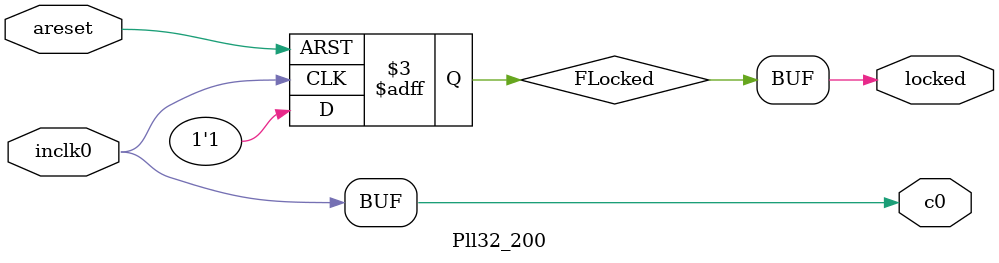
<source format=v>
module Pll32_200 
 (
  input  inclk0,
  input  areset,
  output c0,
  output locked
 );


 reg FLocked;
 always @(posedge inclk0 or posedge areset)
 if (areset==1'b1)
  begin
  FLocked<=1'b0;
  end
 else
  begin
  FLocked<=1'b1;
  end

assign c0 = inclk0;
assign locked = FLocked;

endmodule

</source>
